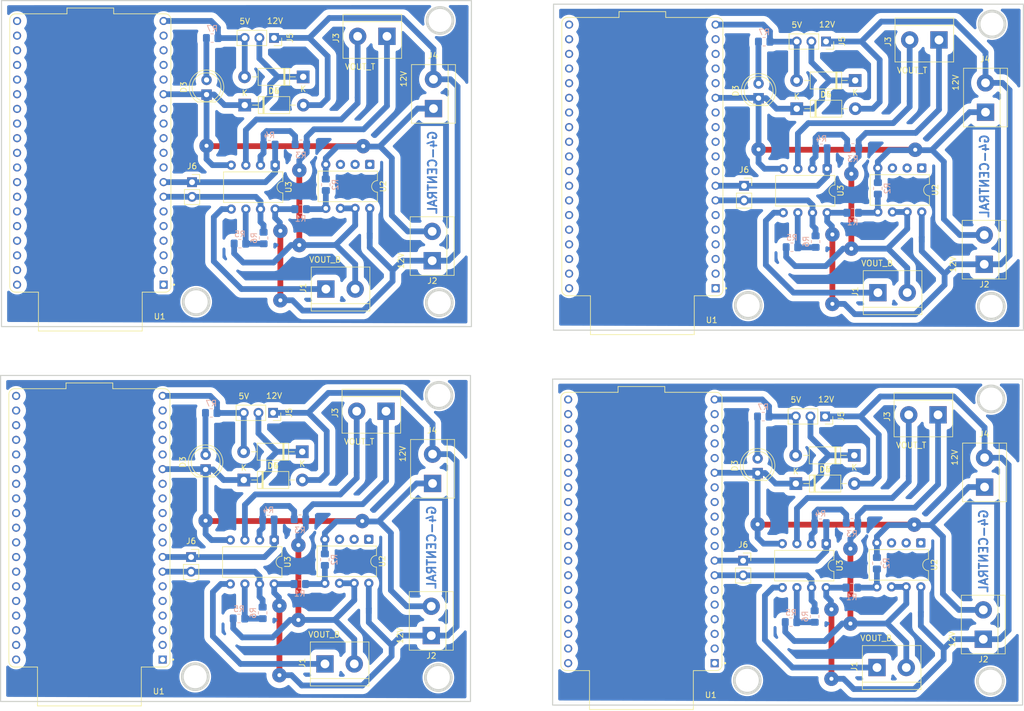
<source format=kicad_pcb>
(kicad_pcb (version 20241229) (generator "pcbnew") (generator_version "9.0")
  (layers (0 "F.Cu" signal) (2 "B.Cu" signal) (13 "F.Paste" user) (15 "B.Paste" user) (5 "F.SilkS" user "F.Silkscreen") (7 "B.SilkS" user "B.Silkscreen") (1 "F.Mask" user) (3 "B.Mask" user) (25 "Edge.Cuts" user))
  (net 0 "")
  (net 1 "Net-(D3-A)")
  (net 2 "/GND")
  (net 3 "/2.5V")
  (net 4 "/VOUT_BRAQ")
  (net 5 "/12V")
  (net 6 "/VOUT_TIB")
  (net 7 "/5V")
  (net 8 "/MICRO_TIB")
  (net 9 "/MICRO_BRAQ")
  (net 10 "Net-(U2B-+)")
  (net 13 "Net-(U3A--)")
  (net 14 "Net-(U3B--)")
  (footprint "Package_DIP:DIP-8_W7.62mm" (layer "F.Cu") (at 191.1825 31.26 -90)
    (property "Reference" "U3")
    (property "Value" "TL082")
  )
  (footprint "TerminalBlock:TerminalBlock_bornier-2_P5.08mm" (layer "F.Cu") (at 218.25 112.825 90)
    (property "Reference" "J2")
    (property "Value" "Alimentación Braquial")
  )
  (footprint "TerminalBlock:TerminalBlock_bornier-2_P5.08mm" (layer "F.Cu") (at 114.6925 73.3 180)
    (property "Reference" "J3")
    (property "Value" "Salida Tibial")
  )
  (footprint "Diode_THT:D_DO-41_SOD81_P10.16mm_Horizontal" (layer "F.Cu") (at 90.195 20.225)
    (property "Reference" "D5")
    (property "Value" "SB160")
  )
  (footprint "ESP32-DEVKITC-32E:MODULE_ESP32-DEVKITC-32E" (layer "F.Cu") (at 63.2625 93.525 180)
    (property "Reference" "U1")
    (property "Value" "ESP32-DEVKITC-32E")
  )
  (footprint "LED_THT:LED_D5.0mm" (layer "F.Cu") (at 83.4125 83.4 90)
    (property "Reference" "D3")
    (property "Value" "LED")
  )
  (footprint "Package_DIP:DIP-8_W7.62mm" (layer "F.Cu") (at 207.5825 31.135 -90)
    (property "Reference" "U2")
    (property "Value" "TL082")
  )
  (footprint "Connector_PinSocket_2.54mm:PinSocket_1x02_P2.54mm_Vertical" (layer "F.Cu") (at 176.61 99.215)
    (property "Reference" "J6")
    (property "Value" "Conn_01x02")
  )
  (footprint "LED_THT:LED_D5.0mm" (layer "F.Cu") (at 179.125 84.025 90)
    (property "Reference" "D3")
    (property "Value" "LED")
  )
  (footprint "Package_DIP:DIP-8_W7.62mm" (layer "F.Cu") (at 95.47 30.635 -90)
    (property "Reference" "U3")
    (property "Value" "TL082")
  )
  (footprint "ESP32-DEVKITC-32E:MODULE_ESP32-DEVKITC-32E" (layer "F.Cu") (at 158.975 94.15 180)
    (property "Reference" "U1")
    (property "Value" "ESP32-DEVKITC-32E")
  )
  (footprint "TerminalBlock:TerminalBlock_bornier-2_P5.08mm" (layer "F.Cu") (at 199.82 117.74)
    (property "Reference" "J1")
    (property "Value" "Salida Braquial")
  )
  (footprint "Diode_THT:D_DO-41_SOD81_P10.16mm_Horizontal" (layer "F.Cu") (at 100.1675 80.325 180)
    (property "Reference" "D4")
    (property "Value" "SB160")
  )
  (footprint "Connector_PinSocket_2.54mm:PinSocket_1x03_P2.54mm_Vertical" (layer "F.Cu") (at 95.1125 73.575 -90)
    (property "Reference" "J5")
    (property "Value" "Conn_01x03")
  )
  (footprint "Package_DIP:DIP-8_W7.62mm" (layer "F.Cu") (at 95.3075 95.635 -90)
    (property "Reference" "U3")
    (property "Value" "TL082")
  )
  (footprint "Package_DIP:DIP-8_W7.62mm" (layer "F.Cu") (at 111.7075 95.51 -90)
    (property "Reference" "U2")
    (property "Value" "TL082")
  )
  (footprint "Package_DIP:DIP-8_W7.62mm" (layer "F.Cu") (at 207.42 96.135 -90)
    (property "Reference" "U2")
    (property "Value" "TL082")
  )
  (footprint "TerminalBlock:TerminalBlock_bornier-2_P5.08mm" (layer "F.Cu") (at 114.855 8.3 180)
    (property "Reference" "J3")
    (property "Value" "Salida Tibial")
  )
  (footprint "Connector_PinSocket_2.54mm:PinSocket_1x03_P2.54mm_Vertical" (layer "F.Cu") (at 190.825 74.2 -90)
    (property "Reference" "J5")
    (property "Value" "Conn_01x03")
  )
  (footprint "Connector_PinSocket_2.54mm:PinSocket_1x02_P2.54mm_Vertical" (layer "F.Cu") (at 80.8975 98.59)
    (property "Reference" "J6")
    (property "Value" "Conn_01x02")
  )
  (footprint "LED_THT:LED_D5.0mm" (layer "F.Cu") (at 179.2875 19.025 90)
    (property "Reference" "D3")
    (property "Value" "LED")
  )
  (footprint "Diode_THT:D_DO-41_SOD81_P10.16mm_Horizontal" (layer "F.Cu") (at 196.0425 15.95 180)
    (property "Reference" "D4")
    (property "Value" "SB160")
  )
  (footprint "Connector_PinSocket_2.54mm:PinSocket_1x03_P2.54mm_Vertical" (layer "F.Cu") (at 190.9875 9.2 -90)
    (property "Reference" "J5")
    (property "Value" "Conn_01x03")
  )
  (footprint "Diode_THT:D_DO-41_SOD81_P10.16mm_Horizontal" (layer "F.Cu") (at 90.0325 85.225)
    (property "Reference" "D5")
    (property "Value" "SB160")
  )
  (footprint "TerminalBlock:TerminalBlock_bornier-2_P5.08mm" (layer "F.Cu") (at 122.7 47.2 90)
    (property "Reference" "J2")
    (property "Value" "Alimentación Braquial")
  )
  (footprint "TerminalBlock:TerminalBlock_bornier-2_P5.08mm" (layer "F.Cu") (at 199.9825 52.74)
    (property "Reference" "J1")
    (property "Value" "Salida Braquial")
  )
  (footprint "Diode_THT:D_DO-41_SOD81_P10.16mm_Horizontal" (layer "F.Cu") (at 195.88 80.95 180)
    (property "Reference" "D4")
    (property "Value" "SB160")
  )
  (footprint "TerminalBlock:TerminalBlock_bornier-2_P5.08mm" (layer "F.Cu") (at 210.5675 8.925 180)
    (property "Reference" "J3")
    (property "Value" "Salida Tibial")
  )
  (footprint "Diode_THT:D_DO-41_SOD81_P10.16mm_Horizontal" (layer "F.Cu") (at 185.9075 20.85)
    (property "Reference" "D5")
    (property "Value" "SB160")
  )
  (footprint "TerminalBlock:TerminalBlock_bornier-2_P5.08mm" (layer "F.Cu") (at 104.27 52.115)
    (property "Reference" "J1")
    (property "Value" "Salida Braquial")
  )
  (footprint "LED_THT:LED_D5.0mm" (layer "F.Cu") (at 83.575 18.4 90)
    (property "Reference" "D3")
    (property "Value" "LED")
  )
  (footprint "Diode_THT:D_DO-41_SOD81_P10.16mm_Horizontal" (layer "F.Cu") (at 185.745 85.85)
    (property "Reference" "D5")
    (property "Value" "SB160")
  )
  (footprint "TerminalBlock:TerminalBlock_bornier-2_P5.08mm" (layer "F.Cu") (at 104.1075 117.115)
    (property "Reference" "J1")
    (property "Value" "Salida Braquial")
  )
  (footprint "Package_DIP:DIP-8_W7.62mm" (layer "F.Cu") (at 111.87 30.51 -90)
    (property "Reference" "U2")
    (property "Value" "TL082")
  )
  (footprint "Connector_PinSocket_2.54mm:PinSocket_1x02_P2.54mm_Vertical" (layer "F.Cu") (at 81.06 33.59)
    (property "Reference" "J6")
    (property "Value" "Conn_01x02")
  )
  (footprint "TerminalBlock:TerminalBlock_bornier-2_P5.08mm" (layer "F.Cu") (at 122.5375 112.2 90)
    (property "Reference" "J2")
    (property "Value" "Alimentación Braquial")
  )
  (footprint "Diode_THT:D_DO-41_SOD81_P10.16mm_Horizontal" (layer "F.Cu") (at 100.33 15.325 180)
    (property "Reference" "D4")
    (property "Value" "SB160")
  )
  (footprint "ESP32-DEVKITC-32E:MODULE_ESP32-DEVKITC-32E" (layer "F.Cu") (at 63.425 28.525 180)
    (property "Reference" "U1")
    (property "Value" "ESP32-DEVKITC-32E")
  )
  (footprint "TerminalBlock:TerminalBlock_bornier-2_P5.08mm" (layer "F.Cu") (at 122.925 20.825 90)
    (property "Reference" "J4")
    (property "Value" "Alimentación Tibial")
  )
  (footprint "Package_DIP:DIP-8_W7.62mm" (layer "F.Cu") (at 191.02 96.26 -90)
    (property "Reference" "U3")
    (property "Value" "TL082")
  )
  (footprint "TerminalBlock:TerminalBlock_bornier-2_P5.08mm" (layer "F.Cu") (at 218.475 86.45 90)
    (property "Reference" "J4")
    (property "Value" "Alimentación Tibial")
  )
  (footprint "Connector_PinSocket_2.54mm:PinSocket_1x02_P2.54mm_Vertical" (layer "F.Cu") (at 176.7725 34.215)
    (property "Reference" "J6")
    (property "Value" "Conn_01x02")
  )
  (footprint "TerminalBlock:TerminalBlock_bornier-2_P5.08mm" (layer "F.Cu") (at 218.6375 21.45 90)
    (property "Reference" "J4")
    (property "Value" "Alimentación Tibial")
  )
  (footprint "ESP32-DEVKITC-32E:MODULE_ESP32-DEVKITC-32E" (layer "F.Cu") (at 159.1375 29.15 180)
    (property "Reference" "U1")
    (property "Value" "ESP32-DEVKITC-32E")
  )
  (footprint "TerminalBlock:TerminalBlock_bornier-2_P5.08mm" (layer "F.Cu") (at 122.7625 85.825 90)
    (property "Reference" "J4")
    (property "Value" "Alimentación Tibial")
  )
  (footprint "TerminalBlock:TerminalBlock_bornier-2_P5.08mm" (layer "F.Cu") (at 210.405 73.925 180)
    (property "Reference" "J3")
    (property "Value" "Salida Tibial")
  )
  (footprint "TerminalBlock:TerminalBlock_bornier-2_P5.08mm" (layer "F.Cu") (at 218.4125 47.825 90)
    (property "Reference" "J2")
    (property "Value" "Alimentación Braquial")
  )
  (footprint "Connector_PinSocket_2.54mm:PinSocket_1x03_P2.54mm_Vertical" (layer "F.Cu") (at 95.275 8.575 -90)
    (property "Reference" "J5")
    (property "Value" "Conn_01x03")
  )
  (footprint "Resistor_SMD:R_0805_2012Metric_Pad1.20x1.40mm_HandSolder" (layer "B.Cu") (at 189.01 108.89 -90)
    (property "Reference" "R6")
    (property "Value" "10K")
  )
  (footprint "Resistor_SMD:R_0805_2012Metric_Pad1.20x1.40mm_HandSolder" (layer "B.Cu") (at 93.46 43.265 -90)
    (property "Reference" "R6")
    (property "Value" "10K")
  )
  (footprint "Resistor_SMD:R_0805_2012Metric_Pad1.20x1.40mm_HandSolder" (layer "B.Cu") (at 104.0925 99.035 90)
    (property "Reference" "R2")
    (property "Value" "2.7k")
  )
  (footprint "Resistor_SMD:R_0805_2012Metric_Pad1.20x1.40mm_HandSolder" (layer "B.Cu") (at 190.01 92.715 180)
    (property "Reference" "R4")
    (property "Value" "10K")
  )
  (footprint "Resistor_SMD:R_0805_2012Metric_Pad1.20x1.40mm_HandSolder" (layer "B.Cu") (at 104.255 34.035 90)
    (property "Reference" "R2")
    (property "Value" "2.7k")
  )
  (footprint "Resistor_SMD:R_0805_2012Metric_Pad1.20x1.40mm_HandSolder" (layer "B.Cu") (at 93.2975 108.265 -90)
    (property "Reference" "R6")
    (property "Value" "10K")
  )
  (footprint "Resistor_SMD:R_0805_2012Metric_Pad1.20x1.40mm_HandSolder" (layer "B.Cu") (at 185.0725 44.865 180)
    (property "Reference" "R5")
    (property "Value" "4.7K")
  )
  (footprint "Resistor_SMD:R_0805_2012Metric_Pad1.20x1.40mm_HandSolder" (layer "B.Cu") (at 89.36 44.24 180)
    (property "Reference" "R5")
    (property "Value" "4.7K")
  )
  (footprint "Resistor_SMD:R_0805_2012Metric_Pad1.20x1.40mm_HandSolder" (layer "B.Cu") (at 190.1725 27.715 180)
    (property "Reference" "R4")
    (property "Value" "10K")
  )
  (footprint "Resistor_SMD:R_0805_2012Metric_Pad1.20x1.40mm_HandSolder" (layer "B.Cu") (at 195.485 92.64)
    (property "Reference" "R3")
    (property "Value" "4.7K" (hide yes))
  )
  (footprint "Resistor_SMD:R_0805_2012Metric_Pad1.20x1.40mm_HandSolder" (layer "B.Cu") (at 195.435 103.89)
    (property "Reference" "R1")
    (property "Value" "10k")
  )
  (footprint "Resistor_SMD:R_0805_2012Metric_Pad1.20x1.40mm_HandSolder" (layer "B.Cu") (at 84.3875 73.6 180)
    (property "Reference" "R7")
    (property "Value" "1k")
  )
  (footprint "Resistor_SMD:R_0805_2012Metric_Pad1.20x1.40mm_HandSolder" (layer "B.Cu") (at 199.805 99.66 90)
    (property "Reference" "R2")
    (property "Value" "2.7k")
  )
  (footprint "Resistor_SMD:R_0805_2012Metric_Pad1.20x1.40mm_HandSolder" (layer "B.Cu") (at 184.91 109.865 180)
    (property "Reference" "R5")
    (property "Value" "4.7K")
  )
  (footprint "Resistor_SMD:R_0805_2012Metric_Pad1.20x1.40mm_HandSolder" (layer "B.Cu") (at 94.46 27.09 180)
    (property "Reference" "R4")
    (property "Value" "10K")
  )
  (footprint "Resistor_SMD:R_0805_2012Metric_Pad1.20x1.40mm_HandSolder" (layer "B.Cu") (at 180.2625 9.225 180)
    (property "Reference" "R7")
    (property "Value" "1k")
  )
  (footprint "Resistor_SMD:R_0805_2012Metric_Pad1.20x1.40mm_HandSolder" (layer "B.Cu") (at 189.1725 43.89 -90)
    (property "Reference" "R6")
    (property "Value" "10K")
  )
  (footprint "Resistor_SMD:R_0805_2012Metric_Pad1.20x1.40mm_HandSolder" (layer "B.Cu") (at 99.935 27.015)
    (property "Reference" "R3")
    (property "Value" "4.7K" (hide yes))
  )
  (footprint "Resistor_SMD:R_0805_2012Metric_Pad1.20x1.40mm_HandSolder" (layer "B.Cu") (at 94.2975 92.09 180)
    (property "Reference" "R4")
    (property "Value" "10K")
  )
  (footprint "Resistor_SMD:R_0805_2012Metric_Pad1.20x1.40mm_HandSolder" (layer "B.Cu") (at 99.7225 103.265)
    (property "Reference" "R1")
    (property "Value" "10k")
  )
  (footprint "Resistor_SMD:R_0805_2012Metric_Pad1.20x1.40mm_HandSolder" (layer "B.Cu") (at 84.55 8.6 180)
    (property "Reference" "R7")
    (property "Value" "1k")
  )
  (footprint "Resistor_SMD:R_0805_2012Metric_Pad1.20x1.40mm_HandSolder" (layer "B.Cu") (at 99.885 38.265)
    (property "Reference" "R1")
    (property "Value" "10k")
  )
  (footprint "Resistor_SMD:R_0805_2012Metric_Pad1.20x1.40mm_HandSolder" (layer "B.Cu") (at 89.1975 109.24 180)
    (property "Reference" "R5")
    (property "Value" "4.7K")
  )
  (footprint "Resistor_SMD:R_0805_2012Metric_Pad1.20x1.40mm_HandSolder" (layer "B.Cu") (at 199.9675 34.66 90)
    (property "Reference" "R2")
    (property "Value" "2.7k")
  )
  (footprint "Resistor_SMD:R_0805_2012Metric_Pad1.20x1.40mm_HandSolder" (layer "B.Cu") (at 180.1 74.225 180)
    (property "Reference" "R7")
    (property "Value" "1k")
  )
  (footprint "Resistor_SMD:R_0805_2012Metric_Pad1.20x1.40mm_HandSolder" (layer "B.Cu") (at 99.7725 92.015)
    (property "Reference" "R3")
    (property "Value" "4.7K" (hide yes))
  )
  (footprint "Resistor_SMD:R_0805_2012Metric_Pad1.20x1.40mm_HandSolder" (layer "B.Cu") (at 195.5975 38.89)
    (property "Reference" "R1")
    (property "Value" "10k")
  )
  (footprint "Resistor_SMD:R_0805_2012Metric_Pad1.20x1.40mm_HandSolder" (layer "B.Cu") (at 195.6475 27.64)
    (property "Reference" "R3")
    (property "Value" "4.7K" (hide yes))
  )
  (gr_circle (center 123.925 54.475) (end 126.175 54.475) (stroke (width 0.5)) (fill no) (layer "Edge.Cuts"))
  (gr_circle (center 219.7625 6.175) (end 222.0125 6.175) (stroke (width 0.5)) (fill no) (layer "Edge.Cuts"))
  (gr_circle (center 177.4875 54.95) (end 179.7375 54.95) (stroke (width 0.5)) (fill no) (layer "Edge.Cuts"))
  (gr_circle (center 81.6125 119.325) (end 83.8625 119.325) (stroke (width 0.5)) (fill no) (layer "Edge.Cuts"))
  (gr_circle (center 124.05 5.55) (end 126.3 5.55) (stroke (width 0.5)) (fill no) (layer "Edge.Cuts"))
  (gr_rect (start 48.025 2.1) (end 129.5 58.625) (stroke (width 0.2)) (fill no) (layer "Edge.Cuts"))
  (gr_circle (center 177.325 119.95) (end 179.575 119.95) (stroke (width 0.5)) (fill no) (layer "Edge.Cuts"))
  (gr_circle (center 219.475 120.1) (end 221.725 120.1) (stroke (width 0.5)) (fill no) (layer "Edge.Cuts"))
  (gr_rect (start 47.8625 67.1) (end 129.3375 123.625) (stroke (width 0.2)) (fill no) (layer "Edge.Cuts"))
  (gr_rect (start 143.7375 2.725) (end 225.2125 59.25) (stroke (width 0.2)) (fill no) (layer "Edge.Cuts"))
  (gr_circle (center 219.6 71.175) (end 221.85 71.175) (stroke (width 0.5)) (fill no) (layer "Edge.Cuts"))
  (gr_circle (center 81.775 54.325) (end 84.025 54.325) (stroke (width 0.5)) (fill no) (layer "Edge.Cuts"))
  (gr_circle (center 219.6375 55.1) (end 221.8875 55.1) (stroke (width 0.5)) (fill no) (layer "Edge.Cuts"))
  (gr_circle (center 123.7625 119.475) (end 126.0125 119.475) (stroke (width 0.5)) (fill no) (layer "Edge.Cuts"))
  (gr_rect (start 143.575 67.725) (end 225.05 124.25) (stroke (width 0.2)) (fill no) (layer "Edge.Cuts"))
  (gr_circle (center 123.8875 70.55) (end 126.1375 70.55) (stroke (width 0.5)) (fill no) (layer "Edge.Cuts"))
  (gr_text "G4-CENTRAL" (at 123.625 24.525 90) (layer "B.Cu") (effects (font (size 1.5 1.5) (thickness 0.3) (bold yes)) (justify left bottom mirror)))
  (gr_text "G4-CENTRAL" (at 219.175 90.15 90) (layer "B.Cu") (effects (font (size 1.5 1.5) (thickness 0.3) (bold yes)) (justify left bottom mirror)))
  (gr_text "G4-CENTRAL" (at 123.4625 89.525 90) (layer "B.Cu") (effects (font (size 1.5 1.5) (thickness 0.3) (bold yes)) (justify left bottom mirror)))
  (gr_text "G4-CENTRAL" (at 219.3375 25.15 90) (layer "B.Cu") (effects (font (size 1.5 1.5) (thickness 0.3) (bold yes)) (justify left bottom mirror)))
  (gr_text "5V" (at 90.0375 70.7 0) (layer "F.SilkS") (effects (font (size 1 1))))
  (gr_text "12V" (at 117.3 47.225 90) (layer "F.SilkS") (effects (font (size 1 1))))
  (gr_text "VOUT_B" (at 199.675 112.65 0) (layer "F.SilkS") (effects (font (size 1 1))))
  (gr_text "12V" (at 95.2875 70.625 0) (layer "F.SilkS") (effects (font (size 1 1))))
  (gr_text "12V" (at 117.75 15.7 90) (layer "F.SilkS") (effects (font (size 1 1))))
  (gr_text "12V" (at 213.0125 47.85 90) (layer "F.SilkS") (effects (font (size 1 1))))
  (gr_text "VOUT_B" (at 103.9625 112.025 0) (layer "F.SilkS") (effects (font (size 1 1))))
  (gr_text "12V" (at 213.4625 16.325 90) (layer "F.SilkS") (effects (font (size 1 1))))
  (gr_text "12V" (at 213.3 81.325 90) (layer "F.SilkS") (effects (font (size 1 1))))
  (gr_text "12V" (at 117.5875 80.7 90) (layer "F.SilkS") (effects (font (size 1 1))))
  (gr_text "VOUT_T" (at 205.9125 14.2 0) (layer "F.SilkS") (effects (font (size 1 1))))
  (gr_text "VOUT_T" (at 205.75 79.2 0) (layer "F.SilkS") (effects (font (size 1 1))))
  (gr_text "VOUT_B" (at 199.8375 47.65 0) (layer "F.SilkS") (effects (font (size 1 1))))
  (gr_text "12V" (at 191.1625 6.25 0) (layer "F.SilkS") (effects (font (size 1 1))))
  (gr_text "12V" (at 117.1375 112.225 90) (layer "F.SilkS") (effects (font (size 1 1))))
  (gr_text "5V" (at 185.75 71.325 0) (layer "F.SilkS") (effects (font (size 1 1))))
  (gr_text "VOUT_B" (at 104.125 47.025 0) (layer "F.SilkS") (effects (font (size 1 1))))
  (gr_text "12V" (at 191 71.25 0) (layer "F.SilkS") (effects (font (size 1 1))))
  (gr_text "VOUT_T" (at 110.2 13.575 0) (layer "F.SilkS") (effects (font (size 1 1))))
  (gr_text "5V" (at 90.2 5.7 0) (layer "F.SilkS") (effects (font (size 1 1))))
  (gr_text "5V" (at 185.9125 6.325 0) (layer "F.SilkS") (effects (font (size 1 1))))
  (gr_text "12V" (at 95.45 5.625 0) (layer "F.SilkS") (effects (font (size 1 1))))
  (gr_text "12V" (at 212.85 112.85 90) (layer "F.SilkS") (effects (font (size 1 1))))
  (gr_text "VOUT_T" (at 110.0375 78.575 0) (layer "F.SilkS") (effects (font (size 1 1))))
  (segment (start 106.6425 95.525) (end 106.6275 95.51) (width 1) (layer "B.Cu") (net 0))
  (segment (start 202.355 96.15) (end 202.34 96.135) (width 1) (layer "B.Cu") (net 0))
  (segment (start 106.805 30.525) (end 106.79 30.51) (width 1) (layer "B.Cu") (net 0))
  (segment (start 202.5175 31.15) (end 202.5025 31.135) (width 1) (layer "B.Cu") (net 0))
  (segment (start 83.55 8.6) (end 83.55 15.835) (width 1) (layer "B.Cu") (net 1))
  (segment (start 179.1 74.225) (end 179.1 81.46) (width 1) (layer "B.Cu") (net 1))
  (segment (start 179.2625 16.46) (end 179.2875 16.485) (width 1) (layer "B.Cu") (net 1))
  (segment (start 179.1 81.46) (end 179.125 81.485) (width 1) (layer "B.Cu") (net 1))
  (segment (start 179.2625 9.225) (end 179.2625 16.46) (width 1) (layer "B.Cu") (net 1))
  (segment (start 83.3875 73.6) (end 83.3875 80.835) (width 1) (layer "B.Cu") (net 1))
  (segment (start 83.55 15.835) (end 83.575 15.86) (width 1) (layer "B.Cu") (net 1))
  (segment (start 83.3875 80.835) (end 83.4125 80.86) (width 1) (layer "B.Cu") (net 1))
  (segment (start 83.8375 92.5) (end 83.9975 92.34) (width 1) (layer "F.Cu") (net 2))
  (segment (start 83.575 27.275) (end 83.8 27.5) (width 1) (layer "F.Cu") (net 2))
  (segment (start 84 27.5) (end 84.16 27.34) (width 1) (layer "F.Cu") (net 2))
  (segment (start 179.55 93.125) (end 179.71 92.965) (width 1) (layer "F.Cu") (net 2))
  (segment (start 179.5125 28.125) (end 179.7125 28.125) (width 1) (layer "F.Cu") (net 2))
  (segment (start 179.8725 27.965) (end 206.4475 27.965) (width 1) (layer "F.Cu") (net 2))
  (segment (start 83.8 27.5) (end 84 27.5) (width 1) (layer "F.Cu") (net 2))
  (segment (start 179.125 92.9) (end 179.35 93.125) (width 1) (layer "F.Cu") (net 2))
  (segment (start 179.2875 27.9) (end 179.5125 28.125) (width 1) (layer "F.Cu") (net 2))
  (segment (start 83.6375 92.5) (end 83.8375 92.5) (width 1) (layer "F.Cu") (net 2))
  (segment (start 83.4125 92.275) (end 83.6375 92.5) (width 1) (layer "F.Cu") (net 2))
  (segment (start 179.71 92.965) (end 206.285 92.965) (width 1) (layer "F.Cu") (net 2))
  (segment (start 84.16 27.34) (end 110.735 27.34) (width 1) (layer "F.Cu") (net 2))
  (segment (start 179.7125 28.125) (end 179.8725 27.965) (width 1) (layer "F.Cu") (net 2))
  (segment (start 179.35 93.125) (end 179.55 93.125) (width 1) (layer "F.Cu") (net 2))
  (segment (start 83.9975 92.34) (end 110.5725 92.34) (width 1) (layer "F.Cu") (net 2))
  (via (at 206.4475 27.965) (size 2.5) (drill 0.7) (layers "F.Cu" "B.Cu") (net 2))
  (via (at 83.4125 92.275) (size 2.5) (drill 0.7) (layers "F.Cu" "B.Cu") (net 2))
  (via (at 110.735 27.34) (size 2.5) (drill 0.7) (layers "F.Cu" "B.Cu") (net 2))
  (via (at 110.5725 92.34) (size 2.5) (drill 0.7) (layers "F.Cu" "B.Cu") (net 2))
  (via (at 83.575 27.275) (size 2.5) (drill 0.7) (layers "F.Cu" "B.Cu") (net 2))
  (via (at 179.2875 27.9) (size 2.5) (drill 0.7) (layers "F.Cu" "B.Cu") (net 2))
  (via (at 179.125 92.9) (size 2.5) (drill 0.7) (layers "F.Cu" "B.Cu") (net 2))
  (via (at 206.285 92.965) (size 2.5) (drill 0.7) (layers "F.Cu" "B.Cu") (net 2))
  (segment (start 199.8 96.135) (end 199.8 95.025) (width 1) (layer "B.Cu") (net 2))
  (segment (start 214.02 107.745) (end 211.25 104.975) (width 1) (layer "B.Cu") (net 2))
  (segment (start 120.165 20.825) (end 113.575 27.415) (width 1) (layer "B.Cu") (net 2))
  (segment (start 191.6375 15.95) (end 196.0425 15.95) (width 1) (layer "B.Cu") (net 2))
  (segment (start 179.2875 27.9) (end 179.2875 30.225) (width 1) (layer "B.Cu") (net 2))
  (segment (start 215.8775 21.45) (end 209.2875 28.04) (width 1) (layer "B.Cu") (net 2))
  (segment (start 188.4475 12.76) (end 191.6375 15.95) (width 1) (layer "B.Cu") (net 2))
  (segment (start 218.6375 21.45) (end 215.8775 21.45) (width 1) (layer "B.Cu") (net 2))
  (segment (start 199.8 95.025) (end 201.785 93.04) (width 1) (layer "B.Cu") (net 2))
  (segment (start 92.735 12.135) (end 95.925 15.325) (width 1) (layer "B.Cu") (net 2))
  (segment (start 86.7 20.225) (end 84.875 18.4) (width 1) (layer "B.Cu") (net 2))
  (segment (start 188.575 85.85) (end 190.15 84.275) (width 1) (layer "B.Cu") (net 2))
  (segment (start 182.25 85.85) (end 180.425 84.025) (width 1) (layer "B.Cu") (net 2))
  (segment (start 118.3075 107.12) (end 115.5375 104.35) (width 1) (layer "B.Cu") (net 2))
  (segment (start 171.8375 18.965) (end 179.1525 18.965) (width 1) (layer "B.Cu") (net 2))
  (segment (start 110.735 27.34) (end 110.81 27.415) (width 1) (layer "B.Cu") (net 2))
  (segment (start 92.8625 85.225) (end 94.4375 83.65) (width 1) (layer "B.Cu") (net 2))
  (segment (start 83.575 27.275) (end 83.575 18.4) (width 1) (layer "B.Cu") (net 2))
  (segment (start 83.4125 92.275) (end 83.4125 94.6) (width 1) (layer "B.Cu") (net 2))
  (segment (start 76.125 18.34) (end 83.44 18.34) (width 1) (layer "B.Cu") (net 2))
  (segment (start 115.5375 104.35) (end 115.5375 94.425) (width 1) (layer "B.Cu") (net 2))
  (segment (start 75.9625 83.34) (end 83.2775 83.34) (width 1) (layer "B.Cu") (net 2))
  (segment (start 113.69 27.415) (end 113.575 27.415) (width 1) (layer "B.Cu") (net 2))
  (segment (start 185.745 85.85) (end 182.25 85.85) (width 1) (layer "B.Cu") (net 2))
  (segment (start 211.25 104.975) (end 211.25 95.05) (width 1) (layer "B.Cu") (net 2))
  (segment (start 84.61 30.635) (end 87.85 30.635) (width 1) (layer "B.Cu") (net 2))
  (segment (start 104.25 30.51) (end 104.25 29.4) (width 1) (layer "B.Cu") (net 2))
  (segment (start 188.285 77.76) (end 191.475 80.95) (width 1) (layer "B.Cu") (net 2))
  (segment (start 113.5275 92.415) (end 113.4125 92.415) (width 1) (layer "B.Cu") (net 2))
  (segment (start 115.7 29.425) (end 113.69 27.415) (width 1) (layer "B.Cu") (net 2))
  (segment (start 94.4375 83.65) (end 94.4375 81.65) (width 1) (layer "B.Cu") (net 2))
  (segment (start 90.195 20.225) (end 93.025 20.225) (width 1) (layer "B.Cu") (net 2))
  (segment (start 179.2875 19.025) (end 180.5875 19.025) (width 1) (layer "B.Cu") (net 2))
  (segment (start 218.4125 42.745) (end 214.1825 42.745) (width 1) (layer "B.Cu") (net 2))
  (segment (start 84.4475 95.635) (end 87.6875 95.635) (width 1) (layer "B.Cu") (net 2))
  (segment (start 104.25 29.4) (end 106.235 27.415) (width 1) (layer "B.Cu") (net 2))
  (segment (start 209.24 93.04) (end 209.125 93.04) (width 1) (layer "B.Cu") (net 2))
  (segment (start 83.575 29.6) (end 84.61 30.635) (width 1) (layer "B.Cu") (net 2))
  (segment (start 188.285 74.2) (end 188.285 77.76) (width 1) (layer "B.Cu") (net 2))
  (segment (start 206.4475 27.965) (end 206.5225 28.04) (width 1) (layer "B.Cu") (net 2))
  (segment (start 92.5725 73.575) (end 92.5725 77.135) (width 1) (layer "B.Cu") (net 2))
  (segment (start 83.575 27.275) (end 83.575 29.6) (width 1) (layer "B.Cu") (net 2))
  (segment (start 118.47 42.12) (end 115.7 39.35) (width 1) (layer "B.Cu") (net 2))
  (segment (start 182.4125 20.85) (end 180.5875 19.025) (width 1) (layer "B.Cu") (net 2))
  (segment (start 94.4375 81.65) (end 95.7625 80.325) (width 1) (layer "B.Cu") (net 2))
  (segment (start 214.1825 42.745) (end 211.4125 39.975) (width 1) (layer "B.Cu") (net 2))
  (segment (start 83.4125 92.275) (end 83.4125 83.4) (width 1) (layer "B.Cu") (net 2))
  (segment (start 201.9475 28.04) (end 206.3725 28.04) (width 1) (layer "B.Cu") (net 2))
  (segment (start 190.15 82.275) (end 191.475 80.95) (width 1) (layer "B.Cu") (net 2))
  (segment (start 115.5375 94.425) (end 113.5275 92.415) (width 1) (layer "B.Cu") (net 2))
  (segment (start 211.4125 30.05) (end 209.4025 28.04) (width 1) (layer "B.Cu") (net 2))
  (segment (start 206.36 93.04) (end 209.125 93.04) (width 1) (layer "B.Cu") (net 2))
  (segment (start 106.0725 92.415) (end 110.4975 92.415) (width 1) (layer "B.Cu") (net 2))
  (segment (start 180.3225 31.26) (end 183.5625 31.26) (width 1) (layer "B.Cu") (net 2))
  (segment (start 86.5375 85.225) (end 84.7125 83.4) (width 1) (layer "B.Cu") (net 2))
  (segment (start 104.0875 98.03) (end 104.0925 98.035) (width 1) (layer "B.Cu") (net 2))
  (segment (start 206.3725 28.04) (end 206.4475 27.965) (width 1) (layer "B.Cu") (net 2))
  (segment (start 94.6 18.65) (end 94.6 16.65) (width 1) (layer "B.Cu") (net 2))
  (segment (start 179.2875 27.9) (end 179.2875 19.025) (width 1) (layer "B.Cu") (net 2))
  (segment (start 188.4475 9.2) (end 188.4475 12.76) (width 1) (layer "B.Cu") (net 2))
  (segment (start 83.575 18.4) (end 84.875 18.4) (width 1) (layer "B.Cu") (net 2))
  (segment (start 209.4025 28.04) (end 209.2875 28.04) (width 1) (layer "B.Cu") (net 2))
  (segment (start 211.25 95.05) (end 209.24 93.04) (width 1) (layer "B.Cu") (net 2))
  (segment (start 179.2875 30.225) (end 180.3225 31.26) (width 1) (layer "B.Cu") (net 2))
  (segment (start 110.81 27.415) (end 113.575 27.415) (width 1) (layer "B.Cu") (net 2))
  (segment (start 190.3125 19.275) (end 190.3125 17.275) (width 1) (layer "B.Cu") (net 2))
  (segment (start 180.16 96.26) (end 183.4 96.26) (width 1) (layer "B.Cu") (net 2))
  (segment (start 94.6 16.65) (end 95.925 15.325) (width 1) (layer "B.Cu") (net 2))
  (segment (start 206.5225 28.04) (end 209.2875 28.04) (width 1) (layer "B.Cu") (net 2))
  (segment (start 179.125 92.9) (end 179.125 84.025) (width 1) (layer "B.Cu") (net 2))
  (segment (start 188.7375 20.85) (end 190.3125 19.275) (width 1) (layer "B.Cu") (net 2))
  (segment (start 106.235 27.415) (end 110.66 27.415) (width 1) (layer "B.Cu") (net 2))
  (segment (start 95.925 15.325) (end 100.33 15.325) (width 1) (layer "B.Cu") (net 2))
  (segment (start 92.735 8.575) (end 92.735 12.135) (width 1) (layer "B.Cu") (net 2))
  (segment (start 185.9075 20.85) (end 188.7375 20.85) (width 1) (layer "B.Cu") (net 2))
  (segment (start 110.66 27.415) (end 110.735 27.34) (width 1) (layer "B.Cu") (net 2))
  (segment (start 218.475 86.45) (end 215.715 86.45) (width 1) (layer "B.Cu") (net 2))
  (segment (start 95.7625 80.325) (end 100.1675 80.325) (width 1) (layer "B.Cu") (net 2))
  (segment (start 199.8 98.655) (end 199.805 98.66) (width 1) (layer "B.Cu") (net 2))
  (segment (start 83.4125 94.6) (end 84.4475 95.635) (width 1) (layer "B.Cu") (net 2))
  (segment (start 110.4975 92.415) (end 110.5725 92.34) (width 1) (layer "B.Cu") (net 2))
  (segment (start 110.5725 92.34) (end 110.6475 92.415) (width 1) (layer "B.Cu") (net 2))
  (segment (start 206.285 92.965) (end 206.36 93.04) (width 1) (layer "B.Cu") (net 2))
  (segment (start 199.9625 31.135) (end 199.9625 30.025) (width 1) (layer "B.Cu") (net 2))
  (segment (start 104.0875 95.51) (end 104.0875 98.03) (width 1) (layer "B.Cu") (net 2))
  (segment (start 104.25 30.51) (end 104.25 33.03) (width 1) (layer "B.Cu") (net 2))
  (segment (start 104.0875 94.4) (end 106.0725 92.415) (width 1) (layer "B.Cu") (net 2))
  (segment (start 199.8 96.135) (end 199.8 98.655) (width 1) (layer "B.Cu") (net 2))
  (segment (start 179.125 84.025) (end 180.425 84.025) (width 1) (layer "B.Cu") (net 2))
  (segment (start 90.0325 85.225) (end 86.5375 85.225) (width 1) (layer "B.Cu") (net 2))
  (segment (start 122.7 42.12) (end 118.47 42.12) (width 1) (layer "B.Cu") (net 2))
  (segment (start 190.3125 17.275) (end 191.6375 15.95) (width 1) (layer "B.Cu") (net 2))
  (segment (start 199.9625 33.655) (end 199.9675 33.66) (width 1) (layer "B.Cu") (net 2))
  (segment (start 122.7625 85.825) (end 120.0025 85.825) (width 1) (layer "B.Cu") (net 2))
  (segment (start 211.4125 39.975) (end 211.4125 30.05) (width 1) (layer "B.Cu") (net 2))
  (segment (start 104.0875 95.51) (end 104.0875 94.4) (width 1) (layer "B.Cu") (net 2))
  (segment (start 171.675 83.965) (end 178.99 83.965) (width 1) (layer "B.Cu") (net 2))
  (segment (start 215.715 86.45) (end 209.125 93.04) (width 1) (layer "B.Cu") (net 2))
  (segment (start 83.4125 83.4) (end 84.7125 83.4) (width 1) (layer "B.Cu") (net 2))
  (segment (start 190.15 84.275) (end 190.15 82.275) (width 1) (layer "B.Cu") (net 2))
  (segment (start 199.9625 31.135) (end 199.9625 33.655) (width 1) (layer "B.Cu") (net 2))
  (segment (start 92.5725 77.135) (end 95.7625 80.325) (width 1) (layer "B.Cu") (net 2))
  (segment (start 185.9075 20.85) (end 182.4125 20.85) (width 1) (layer "B.Cu") (net 2))
  (segment (start 218.25 107.745) (end 214.02 107.745) (width 1) (layer "B.Cu") (net 2))
  (segment (start 179.125 92.9) (end 179.125 95.225) (width 1) (layer "B.Cu") (net 2))
  (segment (start 206.21 93.04) (end 206.285 92.965) (width 1) (layer "B.Cu") (net 2))
  (segment (start 120.0025 85.825) (end 113.4125 92.415) (width 1) (layer "B.Cu") (net 2))
  (segment (start 201.785 93.04) (end 206.21 93.04) (width 1) (layer "B.Cu") (net 2))
  (segment (start 199.9625 30.025) (end 201.9475 28.04) (width 1) (layer "B.Cu") (net 2))
  (segment (start 104.25 33.03) (end 104.255 33.035) (width 1) (layer "B.Cu") (net 2))
  (segment (start 110.6475 92.415) (end 113.4125 92.415) (width 1) (layer "B.Cu") (net 2))
  (segment (start 122.5375 107.12) (end 118.3075 107.12) (width 1) (layer "B.Cu") (net 2))
  (segment (start 93.025 20.225) (end 94.6 18.65) (width 1) (layer "B.Cu") (net 2))
  (segment (start 90.0325 85.225) (end 92.8625 85.225) (width 1) (layer "B.Cu") (net 2))
  (segment (start 122.925 20.825) (end 120.165 20.825) (width 1) (layer "B.Cu") (net 2))
  (segment (start 191.475 80.95) (end 195.88 80.95) (width 1) (layer "B.Cu") (net 2))
  (segment (start 90.195 20.225) (end 86.7 20.225) (width 1) (layer "B.Cu") (net 2))
  (segment (start 179.125 95.225) (end 180.16 96.26) (width 1) (layer "B.Cu") (net 2))
  (segment (start 115.7 39.35) (end 115.7 29.425) (width 1) (layer "B.Cu") (net 2))
  (segment (start 185.745 85.85) (end 188.575 85.85) (width 1) (layer "B.Cu") (net 2))
  (segment (start 99.66 44.49) (end 99.66 31.515) (width 1) (layer "F.Cu") (net 3))
  (segment (start 99.4975 109.49) (end 99.4975 96.515) (width 1) (layer "F.Cu") (net 3))
  (segment (start 195.3725 45.115) (end 195.3725 32.14) (width 1) (layer "F.Cu") (net 3))
  (segment (start 195.21 110.115) (end 195.21 97.14) (width 1) (layer "F.Cu") (net 3))
  (via (at 99.66 31.515) (size 2.5) (drill 0.7) (layers "F.Cu" "B.Cu") (net 3))
  (via (at 195.21 110.115) (size 2.5) (drill 0.7) (layers "F.Cu" "B.Cu") (net 3))
  (via (at 195.21 97.14) (size 2.5) (drill 0.7) (layers "F.Cu" "B.Cu") (net 3))
  (via (at 99.66 44.49) (size 2.5) (drill 0.7) (layers "F.Cu" "B.Cu") (net 3))
  (via (at 195.3725 45.115) (size 2.5) (drill 0.7) (layers "F.Cu" "B.Cu") (net 3))
  (via (at 99.4975 96.515) (size 2.5) (drill 0.7) (layers "F.Cu" "B.Cu") (net 3))
  (via (at 195.3725 32.14) (size 2.5) (drill 0.7) (layers "F.Cu" "B.Cu") (net 3))
  (via (at 99.4975 109.49) (size 2.5) (drill 0.7) (layers "F.Cu" "B.Cu") (net 3))
  (segment (start 184.0725 46.565) (end 185.6475 48.14) (width 1) (layer "B.Cu") (net 3))
  (segment (start 88.1975 110.94) (end 89.7725 112.515) (width 1) (layer "B.Cu") (net 3))
  (segment (start 89.935 47.515) (end 95.21 47.515) (width 1) (layer "B.Cu") (net 3))
  (segment (start 88.36 45.94) (end 89.935 47.515) (width 1) (layer "B.Cu") (net 3))
  (segment (start 100.7725 93.49) (end 99.4975 94.765) (width 1) (layer "B.Cu") (net 3))
  (segment (start 109.35 41.075) (end 109.35 40.865) (width 1) (layer "B.Cu") (net 3))
  (segment (start 99.66 44.49) (end 105.935 44.49) (width 1) (layer "B.Cu") (net 3))
  (segment (start 201.6475 45.115) (end 201.6975 45.065) (width 1) (layer "B.Cu") (net 3))
  (segment (start 204.9 113.43) (end 204.9 117.74) (width 1) (layer "B.Cu") (net 3))
  (segment (start 196.6475 27.64) (end 196.6475 29.115) (width 1) (layer "B.Cu") (net 3))
  (segment (start 114.795 8.36) (end 114.855 8.3) (width 1) (layer "B.Cu") (net 3))
  (segment (start 190.9225 48.14) (end 192.9975 46.065) (width 1) (layer "B.Cu") (net 3))
  (segment (start 102.0475 89.415) (end 110.6525 89.415) (width 1) (layer "B.Cu") (net 3))
  (segment (start 99.4975 109.49) (end 105.7725 109.49) (width 1) (layer "B.Cu") (net 3))
  (segment (start 109.35 38.15) (end 109.33 38.13) (width 1) (layer "B.Cu") (net 3))
  (segment (start 97.285 45.44) (end 98.235 44.49) (width 1) (layer "B.Cu") (net 3))
  (segment (start 110.6525 89.415) (end 114.6925 85.375) (width 1) (layer "B.Cu") (net 3))
  (segment (start 98.235 44.49) (end 99.66 44.49) (width 1) (layer "B.Cu") (net 3))
  (segment (start 114.6325 73.36) (end 114.6925 73.3) (width 1) (layer "B.Cu") (net 3))
  (segment (start 100.935 27.015) (end 100.935 25.69) (width 1) (layer "B.Cu") (net 3))
  (segment (start 105.985 44.44) (end 109.35 47.805) (width 1) (layer "B.Cu") (net 3))
  (segment (start 105.8225 109.44) (end 109.1875 106.075) (width 1) (layer "B.Cu") (net 3))
  (segment (start 95.0475 112.515) (end 97.1225 110.44) (width 1) (layer "B.Cu") (net 3))
  (segment (start 100.7725 92.015) (end 100.7725 90.69) (width 1) (layer "B.Cu") (net 3))
  (segment (start 196.6475 26.315) (end 197.9225 25.04) (width 1) (layer "B.Cu") (net 3))
  (segment (start 204.9 106.49) (end 204.9 103.775) (width 1) (layer "B.Cu") (net 3))
  (segment (start 205.0625 38.775) (end 205.0425 38.755) (width 1) (layer "B.Cu") (net 3))
  (segment (start 196.485 94.115) (end 195.21 95.39) (width 1) (layer "B.Cu") (net 3))
  (segment (start 100.7725 92.015) (end 100.7725 93.49) (width 1) (layer "B.Cu") (net 3))
  (segment (start 100.7725 90.69) (end 102.0475 89.415) (width 1) (layer "B.Cu") (net 3))
  (segment (start 195.21 95.39) (end 195.21 97.14) (width 1) (layer "B.Cu") (net 3))
  (segment (start 106.79 38.13) (end 109.33 38.13) (width 1) (layer "B.Cu") (net 3))
  (segment (start 109.1875 106.075) (end 109.1875 105.865) (width 1) (layer "B.Cu") (net 3))
  (segment (start 183.91 111.565) (end 185.485 113.14) (width 1) (layer "B.Cu") (net 3))
  (segment (start 197.76 90.04) (end 206.365 90.04) (width 1) (layer "B.Cu") (net 3))
  (segment (start 88.1975 109.24) (end 88.1975 110.94) (width 1) (layer "B.Cu") (net 3))
  (segment (start 206.5275 25.04) (end 210.5675 21) (width 1) (layer "B.Cu") (net 3))
  (segment (start 201.485 110.115) (end 201.535 110.065) (width 1) (layer "B.Cu") (net 3))
  (segment (start 202.34 103.755) (end 204.88 103.755) (width 1) (layer "B.Cu") (net 3))
  (segment (start 195.3725 30.39) (end 195.3725 32.14) (width 1) (layer "B.Cu") (net 3))
  (segment (start 184.0725 44.865) (end 184.0725 46.565) (width 1) (layer "B.Cu") (net 3))
  (segment (start 97.1225 110.44) (end 98.0725 109.49) (width 1) (layer "B.Cu") (net 3))
  (segment (start 197.9225 25.04) (end 206.5275 25.04) (width 1) (layer "B.Cu") (net 3))
  (segment (start 105.935 44.49) (end 105.985 44.44) (width 1) (layer "B.Cu") (net 3))
  (segment (start 205.0625 48.43) (end 205.0625 52.74) (width 1) (layer "B.Cu") (net 3))
  (segment (start 100.935 25.69) (end 102.21 24.415) (width 1) (layer "B.Cu") (net 3))
  (segment (start 99.66 29.765) (end 99.66 31.515) (width 1) (layer "B.Cu") (net 3))
  (segment (start 98.0725 109.49) (end 99.4975 109.49) (width 1) (layer "B.Cu") (net 3))
  (segment (start 109.1875 112.805) (end 109.1875 117.115) (width 1) (layer "B.Cu") (net 3))
  (segment (start 109.1875 105.865) (end 109.1875 103.15) (width 1) (layer "B.Cu") (net 3))
  (segment (start 206.365 90.04) (end 210.405 86) (width 1) (layer "B.Cu") (net 3))
  (segment (start 110.815 24.415) (end 114.855 20.375) (width 1) (layer "B.Cu") (net 3))
  (segment (start 185.485 113.14) (end 190.76 113.14) (width 1) (layer "B.Cu") (net 3))
  (segment (start 185.6475 48.14) (end 190.9225 48.14) (width 1) (layer "B.Cu") (net 3))
  (segment (start 100.935 27.015) (end 100.935 28.49) (width 1) (layer "B.Cu") (net 3))
  (segment (start 105.985 44.44) (end 109.35 41.075) (width 1) (layer "B.Cu") (net 3))
  (segment (start 193.785 110.115) (end 195.21 110.115) (width 1) (layer "B.Cu") (net 3))
  (segment (start 109.1875 103.15) (end 109.1675 103.13) (width 1) (layer "B.Cu") (net 3))
  (segment (start 88.36 44.24) (end 88.36 45.94) (width 1) (layer "B.Cu") (net 3))
  (segment (start 183.91 109.865) (end 183.91 111.565) (width 1) (layer "B.Cu") (net 3))
  (segment (start 114.6925 85.375) (end 114.6925 73.3) (width 1) (layer "B.Cu") (net 3))
  (segment (start 105.7725 109.49) (end 105.8225 109.44) (width 1) (layer "B.Cu") (net 3))
  (segment (start 109.35 40.865) (end 109.35 38.15) (width 1) (layer "B.Cu") (net 3))
  (segment (start 204.9 103.775) (end 204.88 103.755) (width 1) (layer "B.Cu") (net 3))
  (segment (start 195.3725 45.115) (end 201.6475 45.115) (width 1) (layer "B.Cu") (net 3))
  (segment (start 210.5075 8.985) (end 210.5675 8.925) (width 1) (layer "B.Cu") (net 3))
  (segment (start 201.535 110.065) (end 204.9 113.43) (width 1) (layer "B.Cu") (net 3))
  (segment (start 196.6475 27.64) (end 196.6475 26.315) (width 1) (layer "B.Cu") (net 3))
  (segment (start 201.535 110.065) (end 204.9 106.7) (width 1) (layer "B.Cu") (net 3))
  (segment (start 196.6475 29.115) (end 195.3725 30.39) (width 1) (layer "B.Cu") (net 3))
  (segment (start 89.7725 112.515) (end 95.0475 112.515) (width 1) (layer "B.Cu") (net 3))
  (segment (start 99.4975 94.765) (end 99.4975 96.515) (width 1) (layer "B.Cu") (net 3))
  (segment (start 102.21 24.415) (end 110.815 24.415) (width 1) (layer "B.Cu") (net 3))
  (segment (start 204.9 106.7) (end 204.9 106.49) (width 1) (layer "B.Cu") (net 3))
  (segment (start 192.835 111.065) (end 193.785 110.115) (width 1) (layer "B.Cu") (net 3))
  (segment (start 95.21 47.515) (end 97.285 45.44) (width 1) (layer "B.Cu") (net 3))
  (segment (start 100.935 28.49) (end 99.66 29.765) (width 1) (layer "B.Cu") (net 3))
  (segment (start 114.855 20.375) (end 114.855 8.3) (width 1) (layer "B.Cu") (net 3))
  (segment (start 193.9475 45.115) (end 195.3725 45.115) (width 1) (layer "B.Cu") (net 3))
  (segment (start 205.0625 41.7) (end 205.0625 41.49) (width 1) (layer "B.Cu") (net 3))
  (segment (start 106.6275 103.13) (end 109.1675 103.13) (width 1) (layer "B.Cu") (net 3))
  (segment (start 192.9975 46.065) (end 193.9475 45.115) (width 1) (layer "B.Cu") (net 3))
  (segment (start 201.6975 45.065) (end 205.0625 41.7) (width 1) (layer "B.Cu") (net 3))
  (segment (start 210.5675 21) (end 210.5675 8.925) (width 1) (layer "B.Cu") (net 3))
  (segment (start 105.8225 109.44) (end 109.1875 112.805) (width 1) (layer "B.Cu") (net 3))
  (segment (start 196.485 91.315) (end 197.76 90.04) (width 1) (layer "B.Cu") (net 3))
  (segment (start 196.485 92.64) (end 196.485 91.315) (width 1) (layer "B.Cu") (net 3))
  (segment (start 210.345 73.985) (end 210.405 73.925) (width 1) (layer "B.Cu") (net 3))
  (segment (start 205.0625 41.49) (end 205.0625 38.775) (width 1) (layer "B.Cu") (net 3))
  (segment (start 190.76 113.14) (end 192.835 111.065) (width 1) (layer "B.Cu") (net 3))
  (segment (start 201.6975 45.065) (end 205.0625 48.43) (width 1) (layer "B.Cu") (net 3))
  (segment (start 210.405 86) (end 210.405 73.925) (width 1) (layer "B.Cu") (net 3))
  (segment (start 109.35 47.805) (end 109.35 52.115) (width 1) (layer "B.Cu") (net 3))
  (segment (start 195.21 110.115) (end 201.485 110.115) (width 1) (layer "B.Cu") (net 3))
  (segment (start 196.485 92.64) (end 196.485 94.115) (width 1) (layer "B.Cu") (net 3))
  (segment (start 202.5025 38.755) (end 205.0425 38.755) (width 1) (layer "B.Cu") (net 3))
  (segment (start 87.6875 103.255) (end 86.0575 103.255) (width 1) (layer "B.Cu") (net 4))
  (segment (start 183.5625 38.88) (end 181.9325 38.88) (width 1) (layer "B.Cu") (net 4))
  (segment (start 86.22 38.255) (end 84.835 39.64) (width 1) (layer "B.Cu") (net 4))
  (segment (start 86.0575 103.255) (end 84.6725 104.64) (width 1) (layer "B.Cu") (net 4))
  (segment (start 199.82 117.74) (end 185.185 117.74) (width 1) (layer "B.Cu") (net 4))
  (segment (start 181.77 103.88) (end 180.385 105.265) (width 1) (layer "B.Cu") (net 4))
  (segment (start 180.385 105.265) (end 180.385 112.94) (width 1) (layer "B.Cu") (net 4))
  (segment (start 84.6725 112.315) (end 87.485 115.1275) (width 1) (layer "B.Cu") (net 4))
  (segment (start 104.27 52.115) (end 89.635 52.115) (width 1) (layer "B.Cu") (net 4))
  (segment (start 180.385 112.94) (end 183.1975 115.7525) (width 1) (layer "B.Cu") (net 4))
  (segment (start 89.4725 117.115) (end 87.485 115.1275) (width 1) (layer "B.Cu") (net 4))
  (segment (start 84.835 47.315) (end 87.6475 50.1275) (width 1) (layer "B.Cu") (net 4))
  (segment (start 84.6725 104.64) (end 84.6725 112.315) (width 1) (layer "B.Cu") (net 4))
  (segment (start 89.635 52.115) (end 87.6475 50.1275) (width 1) (layer "B.Cu") (net 4))
  (segment (start 180.5475 40.265) (end 180.5475 47.94) (width 1) (layer "B.Cu") (net 4))
  (segment (start 180.5475 47.94) (end 183.36 50.7525) (width 1) (layer "B.Cu") (net 4))
  (segment (start 104.1075 117.115) (end 89.4725 117.115) (width 1) (layer "B.Cu") (net 4))
  (segment (start 185.185 117.74) (end 183.1975 115.7525) (width 1) (layer "B.Cu") (net 4))
  (segment (start 84.835 39.64) (end 84.835 47.315) (width 1) (layer "B.Cu") (net 4))
  (segment (start 183.4 103.88) (end 181.77 103.88) (width 1) (layer "B.Cu") (net 4))
  (segment (start 185.3475 52.74) (end 183.36 50.7525) (width 1) (layer "B.Cu") (net 4))
  (segment (start 87.85 38.255) (end 86.22 38.255) (width 1) (layer "B.Cu") (net 4))
  (segment (start 199.9825 52.74) (end 185.3475 52.74) (width 1) (layer "B.Cu") (net 4))
  (segment (start 181.9325 38.88) (end 180.5475 40.265) (width 1) (layer "B.Cu") (net 4))
  (segment (start 96.2125 107.025) (end 96.2125 119.065) (width 1) (layer "F.Cu") (net 5))
  (segment (start 192.0875 42.65) (end 192.0875 54.69) (width 1) (layer "F.Cu") (net 5))
  (segment (start 96.375 42.025) (end 96.375 54.065) (width 1) (layer "F.Cu") (net 5))
  (segment (start 191.925 107.65) (end 191.925 119.69) (width 1) (layer "F.Cu") (net 5))
  (via (at 191.925 107.65) (size 2.5) (drill 0.7) (layers "F.Cu" "B.Cu") (net 5))
  (via (at 96.2125 119.065) (size 2.5) (drill 0.7) (layers "F.Cu" "B.Cu") (net 5))
  (via (at 192.0875 54.69) (size 2.5) (drill 0.7) (layers "F.Cu" "B.Cu") (net 5))
  (via (at 192.0875 42.65) (size 2.5) (drill 0.7) (layers "F.Cu" "B.Cu") (net 5))
  (via (at 96.375 54.065) (size 2.5) (drill 0.7) (layers "F.Cu" "B.Cu") (net 5))
  (via (at 191.925 119.69) (size 2.5) (drill 0.7) (layers "F.Cu" "B.Cu") (net 5))
  (via (at 96.2125 107.025) (size 2.5) (drill 0.7) (layers "F.Cu" "B.Cu") (net 5))
  (via (at 96.375 42.025) (size 2.5) (drill 0.7) (layers "F.Cu" "B.Cu") (net 5))
  (segment (start 100.25 55.85) (end 110.75 55.85) (width 1) (layer "B.Cu") (net 5))
  (segment (start 127.1 17) (end 127.1 45.625) (width 1) (layer "B.Cu") (net 5))
  (segment (start 206.3 121.475) (end 211.38 116.395) (width 1) (layer "B.Cu") (net 5))
  (segment (start 104.1125 84.35) (end 104.4125 84.05) (width 1) (layer "B.Cu") (net 5))
  (segment (start 125.845 15.745) (end 127.1 17) (width 1) (layer "B.Cu") (net 5))
  (segment (start 196.95 74.2) (end 200.4 70.75) (width 1) (layer "B.Cu") (net 5))
  (segment (start 104.85 5.125) (end 117.575 5.125) (width 1) (layer "B.Cu") (net 5))
  (segment (start 211.5375 49.5) (end 207.5825 45.545) (width 1) (layer "B.Cu") (net 5))
  (segment (start 111.7075 109.92) (end 111.7075 107.475) (width 1) (layer "B.Cu") (net 5))
  (segment (start 111.87 44.92) (end 111.87 42.475) (width 1) (layer "B.Cu") (net 5))
  (segment (start 207.5825 43.1) (end 207.5825 43.925) (width 1) (layer "B.Cu") (net 5))
  (segment (start 115.6625 113.875) (end 111.7075 109.92) (width 1) (layer "B.Cu") (net 5))
  (segment (start 103.4 20.225) (end 104.275 19.35) (width 1) (layer "B.Cu") (net 5))
  (segment (start 115.83 48.875) (end 115.825 48.875) (width 1) (layer "B.Cu") (net 5))
  (segment (start 211.5425 51.395) (end 211.5425 49.5) (width 1) (layer "B.Cu") (net 5))
  (segment (start 122.925 10.475) (end 122.925 15.745) (width 1) (layer "B.Cu") (net 5))
  (segment (start 115.83 50.77) (end 115.83 48.875) (width 1) (layer "B.Cu") (net 5))
  (segment (start 111.7075 107.475) (end 111.7075 108.3) (width 1) (layer "B.Cu") (net 5))
  (segment (start 199.9875 19.975) (end 200.2875 19.675) (width 1) (layer "B.Cu") (net 5))
  (segment (start 95.47 39.77) (end 96.275 40.575) (width 1) (layer "B.Cu") (net 5))
  (segment (start 104.275 19.35) (end 104.575 19.05) (width 1) (layer "B.Cu") (net 5))
  (segment (start 218.475 76.1) (end 218.475 81.37) (width 1) (layer "B.Cu") (net 5))
  (segment (start 122.7 47.2) (end 117.675 47.2) (width 1) (layer "B.Cu") (net 5))
  (segment (start 96.2125 119.065) (end 98.3025 119.065) (width 1) (layer "B.Cu") (net 5))
  (segment (start 199.825 84.975) (end 200.125 84.675) (width 1) (layer "B.Cu") (net 5))
  (segment (start 122.5375 112.2) (end 117.5125 112.2) (width 1) (layer "B.Cu") (net 5))
  (segment (start 122.7625 75.475) (end 122.7625 80.745) (width 1) (layer "B.Cu") (net 5))
  (segment (start 191.925 119.69) (end 194.015 119.69) (width 1) (layer "B.Cu") (net 5))
  (segment (start 98.885 38.265) (end 95.48 38.265) (width 1) (layer "B.Cu") (net 5))
  (segment (start 110.75 55.85) (end 115.83 50.77) (width 1) (layer "B.Cu") (net 5))
  (segment (start 191.02 103.88) (end 191.02 105.395) (width 1) (layer "B.Cu") (net 5))
  (segment (start 117.575 5.125) (end 122.925 10.475) (width 1) (layer "B.Cu") (net 5))
  (segment (start 194.435 103.89) (end 191.03 103.89) (width 1) (layer "B.Cu") (net 5))
  (segment (start 218.4125 47.825) (end 213.3875 47.825) (width 1) (layer "B.Cu") (net 5))
  (segment (start 213.3875 47.825) (end 213.2175 47.825) (width 1) (layer "B.Cu") (net 5))
  (segment (start 207.5825 38.755) (end 207.5825 43.1) (width 1) (layer "B.Cu") (net 5))
  (segment (start 95.48 38.265) (end 95.47 38.255) (width 1) (layer "B.Cu") (net 5))
  (segment (start 111.87 42.475) (end 111.87 43.3) (width 1) (layer "B.Cu") (net 5))
  (segment (start 110.5875 120.85) (end 115.6675 115.77) (width 1) (layer "B.Cu") (net 5))
  (segment (start 100.0875 120.85) (end 110.5875 120.85) (width 1) (layer "B.Cu") (net 5))
  (segment (start 196.0675 20.85) (end 199.1125 20.85) (width 1) (layer "B.Cu") (net 5))
  (segment (start 221.2375 47.825) (end 218.4125 47.825) (width 1) (layer "B.Cu") (net 5))
  (segment (start 194.015 119.69) (end 195.8 121.475) (width 1) (layer "B.Cu") (net 5))
  (segment (start 200.5625 5.75) (end 213.2875 5.75) (width 1) (layer "B.Cu") (net 5))
  (segment (start 95.47 38.255) (end 95.47 39.77) (width 1) (layer "B.Cu") (net 5))
  (segment (start 96.375 54.065) (end 98.465 54.065) (width 1) (layer "B.Cu") (net 5))
  (segment (start 191.9875 42.55) (end 192.0875 42.65) (width 1) (layer "B.Cu") (net 5))
  (segment (start 100.355 20.225) (end 103.4 20.225) (width 1) (layer "B.Cu") (net 5))
  (segment (start 126.9375 82) (end 126.9375 110.625) (width 1) (layer "B.Cu") (net 5))
  (segment (start 100.1925 85.225) (end 103.2375 85.225) (width 1) (layer "B.Cu") (net 5))
  (segment (start 125.3625 112.2) (end 122.5375 112.2) (width 1) (layer "B.Cu") (net 5))
  (segment (start 200.4 70.75) (end 213.125 70.75) (width 1) (layer "B.Cu") (net 5))
  (segment (start 101.4 8.575) (end 104.575 11.75) (width 1) (layer "B.Cu") (net 5))
  (segment (start 195.9625 56.475) (end 206.4625 56.475) (width 1) (layer "B.Cu") (net 5))
  (segment (start 96.1125 105.575) (end 96.1125 106.925) (width 1) (layer "B.Cu") (net 5))
  (segment (start 194.1775 54.69) (end 195.9625 56.475) (width 1) (layer "B.Cu") (net 5))
  (segment (start 199.1125 20.85) (end 199.9875 19.975) (width 1) (layer "B.Cu") (net 5))
  (segment (start 122.925 15.745) (end 125.845 15.745) (width 1) (layer "B.Cu") (net 5))
  (segment (start 218.25 112.825) (end 213.225 112.825) (width 1) (layer "B.Cu") (net 5))
  (segment (start 222.8125 46.25) (end 221.2375 47.825) (width 1) (layer "B.Cu") (net 5))
  (segment (start 104.575 19.05) (end 104.575 11.75) (width 1) (layer "B.Cu") (net 5))
  (segment (start 115.6675 113.875) (end 115.6625 113.875) (width 1) (layer "B.Cu") (net 5))
  (segment (start 221.5575 16.37) (end 222.8125 17.625) (width 1) (layer "B.Cu") (net 5))
  (segment (start 117.3425 112.2) (end 115.6675 113.875) (width 1) (layer "B.Cu") (net 5))
  (segment (start 191.825 107.55) (end 191.925 107.65) (width 1) (layer "B.Cu") (net 5))
  (segment (start 98.7225 103.265) (end 95.3175 103.265) (width 1) (layer "B.Cu") (net 5))
  (segment (start 221.075 112.825) (end 218.25 112.825) (width 1) (layer "B.Cu") (net 5))
  (segment (start 117.675 47.2) (end 117.505 47.2) (width 1) (layer "B.Cu") (net 5))
  (segment (start 101.2375 73.575) (end 104.6875 70.125) (width 1) (layer "B.Cu") (net 5))
  (segment (start 111.87 38.13) (end 111.87 42.475) (width 1) (layer "B.Cu") (net 5))
  (segment (start 218.6375 11.1) (end 218.6375 16.37) (width 1) (layer "B.Cu") (net 5))
  (segment (start 117.505 47.2) (end 115.83 48.875) (width 1) (layer "B.Cu") (net 5))
  (segment (start 192.0875 54.69) (end 194.1775 54.69) (width 1) (layer "B.Cu") (net 5))
  (segment (start 218.475 81.37) (end 221.395 81.37) (width 1) (layer "B.Cu") (net 5))
  (segment (start 117.4125 70.125) (end 122.7625 75.475) (width 1) (layer "B.Cu") (net 5))
  (segment (start 104.4125 84.05) (end 104.4125 76.75) (width 1) (layer "B.Cu") (net 5))
  (segment (start 115.825 48.875) (end 111.87 44.92) (width 1) (layer "B.Cu") (net 5))
  (segment (start 213.055 112.825) (end 211.38 114.5) (width 1) (layer "B.Cu") (net 5))
  (segment (start 96.275 40.575) (end 96.275 41.925) (width 1) (layer "B.Cu") (net 5))
  (segment (start 95.1125 73.575) (end 101.2375 73.575) (width 1) (layer "B.Cu") (net 5))
  (segment (start 211.38 116.395) (end 211.38 114.5) (width 1) (layer "B.Cu") (net 5))
  (segment (start 213.125 70.75) (end 218.475 76.1) (width 1) (layer "B.Cu") (net 5))
  (segment (start 127.1 45.625) (end 125.525 47.2) (width 1) (layer "B.Cu") (net 5))
  (segment (start 191.1825 38.88) (end 191.1825 40.395) (width 1) (layer "B.Cu") (net 5))
  (segment (start 197.1125 9.2) (end 200.5625 5.75) (width 1) (layer "B.Cu") (net 5))
  (segment (start 103.2375 85.225) (end 104.1125 84.35) (width 1) (layer "B.Cu") (net 5))
  (segment (start 111.7075 103.13) (end 111.7075 107.475) (width 1) (layer "B.Cu") (net 5))
  (segment (start 104.6875 70.125) (end 117.4125 70.125) (width 1) (layer "B.Cu") (net 5))
  (segment (start 211.38 114.5) (end 211.375 114.5) (width 1) (layer "B.Cu") (net 5))
  (segment (start 196.95 74.2) (end 200.125 77.375) (width 1) (layer "B.Cu") (net 5))
  (segment (start 96.1125 106.925) (end 96.2125 107.025) (width 1) (layer "B.Cu") (net 5))
  (segment (start 207.42 103.755) (end 207.42 108.1) (width 1) (layer "B.Cu") (net 5))
  (segment (start 191.9875 41.2) (end 191.9875 42.55) (width 1) (layer "B.Cu") (net 5))
  (segment (start 222.8125 17.625) (end 222.8125 46.25) (width 1) (layer "B.Cu") (net 5))
  (segment (start 191.1925 38.89) (end 191.1825 38.88) (width 1) (layer "B.Cu") (net 5))
  (segment (start 95.275 8.575) (end 101.4 8.575) (width 1) (layer "B.Cu") (net 5))
  (segment (start 207.42 108.1) (end 207.42 108.925) (width 1) (layer "B.Cu") (net 5))
  (segment (start 211.5425 49.5) (end 211.5375 49.5) (width 1) (layer "B.Cu") (net 5))
  (segment (start 222.65 111.25) (end 221.075 112.825) (width 1) (layer "B.Cu") (net 5))
  (segment (start 95.3075 104.77) (end 96.1125 105.575) (width 1) (layer "B.Cu") (net 5))
  (segment (start 195.905 85.85) (end 198.95 85.85) (width 1) (layer "B.Cu") (net 5))
  (segment (start 197.1125 9.2) (end 200.2875 12.375) (width 1) (layer "B.Cu") (net 5))
  (segment (start 198.95 85.85) (end 199.825 84.975) (width 1) (layer "B.Cu") (net 5))
  (segment (start 101.4 8.575) (end 104.85 5.125) (width 1) (layer "B.Cu") (net 5))
  (segment (start 98.3025 119.065) (end 100.0875 120.85) (width 1) (layer "B.Cu") (net 5))
  (segment (start 222.65 82.625) (end 222.65 111.25) (width 1) (layer "B.Cu") (net 5))
  (segment (start 101.2375 73.575) (end 104.4125 76.75) (width 1) (layer "B.Cu") (net 5))
  (segment (start 218.6375 16.37) (end 221.5575 16.37) (width 1) (layer "B.Cu") (net 5))
  (segment (start 191.825 106.2) (end 191.825 107.55) (width 1) (layer "B.Cu") (net 5))
  (segment (start 125.6825 80.745) (end 126.9375 82) (width 1) (layer "B.Cu") (net 5))
  (segment (start 191.03 103.89) (end 191.02 103.88) (width 1) (layer "B.Cu") (net 5))
  (segment (start 125.525 47.2) (end 122.7 47.2) (width 1) (layer "B.Cu") (net 5))
  (segment (start 207.42 110.545) (end 207.42 108.1) (width 1) (layer "B.Cu") (net 5))
  (segment (start 126.9375 110.625) (end 125.3625 112.2) (width 1) (layer "B.Cu") (net 5))
  (segment (start 200.2875 19.675) (end 200.2875 12.375) (width 1) (layer "B.Cu") (net 5))
  (segment (start 206.4625 56.475) (end 211.5425 51.395) (width 1) (layer "B.Cu") (net 5))
  (segment (start 191.1825 40.395) (end 191.9875 41.2) (width 1) (layer "B.Cu") (net 5))
  (segment (start 213.2175 47.825) (end 211.5425 49.5) (width 1) (layer "B.Cu") (net 5))
  (segment (start 194.5975 38.89) (end 191.1925 38.89) (width 1) (layer "B.Cu") (net 5))
  (segment (start 213.225 112.825) (end 213.055 112.825) (width 1) (layer "B.Cu") (net 5))
  (segment (start 98.465 54.065) (end 100.25 55.85) (width 1) (layer "B.Cu") (net 5))
  (segment (start 122.7625 80.745) (end 125.6825 80.745) (width 1) (layer "B.Cu") (net 5))
  (segment (start 96.275 41.925) (end 96.375 42.025) (width 1) (layer "B.Cu") (net 5))
  (segment (start 200.125 84.675) (end 200.125 77.375) (width 1) (layer "B.Cu") (net 5))
  (segment (start 195.8 121.475) (end 206.3 121.475) (width 1) (layer "B.Cu") (net 5))
  (segment (start 95.3175 103.265) (end 95.3075 103.255) (width 1) (layer "B.Cu") (net 5))
  (segment (start 191.02 105.395) (end 191.825 106.2) (width 1) (layer "B.Cu") (net 5))
  (segment (start 95.3075 103.255) (end 95.3075 104.77) (width 1) (layer "B.Cu") (net 5))
  (segment (start 207.5825 45.545) (end 207.5825 43.1) (width 1) (layer "B.Cu") (net 5))
  (segment (start 115.6675 115.77) (end 115.6675 113.875) (width 1) (layer "B.Cu") (net 5))
  (segment (start 221.395 81.37) (end 222.65 82.625) (width 1) (layer "B.Cu") (net 5))
  (segment (start 190.9875 9.2) (end 197.1125 9.2) (width 1) (layer "B.Cu") (net 5))
  (segment (start 211.375 114.5) (end 207.42 110.545) (width 1) (layer "B.Cu") (net 5))
  (segment (start 190.825 74.2) (end 196.95 74.2) (width 1) (layer "B.Cu") (net 5))
  (segment (start 117.5125 112.2) (end 117.3425 112.2) (width 1) (layer "B.Cu") (net 5))
  (segment (start 213.2875 5.75) (end 218.6375 11.1) (width 1) (layer "B.Cu") (net 5))
  (segment (start 90.39 30.635) (end 90.39 24.535) (width 1) (layer "B.Cu") (net 6))
  (segment (start 187.9125 23.35) (end 202.6375 23.35) (width 1) (layer "B.Cu") (net 6))
  (segment (start 90.39 24.535) (end 92.2 22.725) (width 1) (layer "B.Cu") (net 6))
  (segment (start 109.6125 84.875) (end 109.6125 83.9) (width 1) (layer "B.Cu") (net 6))
  (segment (start 109.775 19.875) (end 109.775 18.9) (width 1) (layer "B.Cu") (net 6))
  (segment (start 185.94 90.16) (end 187.75 88.35) (width 1) (layer "B.Cu") (net 6))
  (segment (start 205.325 85.5) (end 205.325 84.525) (width 1) (layer "B.Cu") (net 6))
  (segment (start 202.475 88.35) (end 205.325 85.5) (width 1) (layer "B.Cu") (net 6))
  (segment (start 106.925 22.725) (end 109.775 19.875) (width 1) (layer "B.Cu") (net 6))
  (segment (start 202.6375 23.35) (end 205.4875 20.5) (width 1) (layer "B.Cu") (net 6))
  (segment (start 205.325 84.525) (end 205.325 73.925) (width 1) (layer "B.Cu") (net 6))
  (segment (start 205.4875 19.525) (end 205.4875 8.925) (width 1) (layer "B.Cu") (net 6))
  (segment (start 205.4875 20.5) (end 205.4875 19.525) (width 1) (layer "B.Cu") (net 6))
  (segment (start 186.1025 25.16) (end 187.9125 23.35) (width 1) (layer "B.Cu") (net 6))
  (segment (start 92.2 22.725) (end 106.925 22.725) (width 1) (layer "B.Cu") (net 6))
  (segment (start 187.75 88.35) (end 202.475 88.35) (width 1) (layer "B.Cu") (net 6))
  (segment (start 186.1025 31.26) (end 186.1025 25.16) (width 1) (layer "B.Cu") (net 6))
  (segment (start 185.94 96.26) (end 185.94 90.16) (width 1) (layer "B.Cu") (net 6))
  (segment (start 106.7625 87.725) (end 109.6125 84.875) (width 1) (layer "B.Cu") (net 6))
  (segment (start 109.6125 83.9) (end 109.6125 73.3) (width 1) (layer "B.Cu") (net 6))
  (segment (start 90.2275 89.535) (end 92.0375 87.725) (width 1) (layer "B.Cu") (net 6))
  (segment (start 90.2275 95.635) (end 90.2275 89.535) (width 1) (layer "B.Cu") (net 6))
  (segment (start 109.775 18.9) (end 109.775 8.3) (width 1) (layer "B.Cu") (net 6))
  (segment (start 92.0375 87.725) (end 106.7625 87.725) (width 1) (layer "B.Cu") (net 6))
  (segment (start 85.3875 73.6) (end 85.3875 71.825) (width 1) (layer "B.Cu") (net 7))
  (segment (start 90.195 15.3) (end 90.17 15.325) (width 1) (layer "B.Cu") (net 7))
  (segment (start 181.2625 9.225) (end 185.8825 9.225) (width 1) (layer "B.Cu") (net 7))
  (segment (start 181.2625 9.225) (end 181.2625 7.45) (width 1) (layer "B.Cu") (net 7))
  (segment (start 90.0325 80.3) (end 90.0075 80.325) (width 1) (layer "B.Cu") (net 7))
  (segment (start 90.195 8.575) (end 90.195 15.3) (width 1) (layer "B.Cu") (net 7))
  (segment (start 181.1 72.45) (end 179.915 71.265) (width 1) (layer "B.Cu") (net 7))
  (segment (start 181.1 74.225) (end 181.1 72.45) (width 1) (layer "B.Cu") (net 7))
  (segment (start 90.0325 73.575) (end 90.0325 80.3) (width 1) (layer "B.Cu") (net 7))
  (segment (start 85.3875 73.6) (end 90.0075 73.6) (width 1) (layer "B.Cu") (net 7))
  (segment (start 185.72 74.225) (end 185.745 74.2) (width 1) (layer "B.Cu") (net 7))
  (segment (start 85.55 8.6) (end 90.17 8.6) (width 1) (layer "B.Cu") (net 7))
  (segment (start 85.55 8.6) (end 85.55 6.825) (width 1) (layer "B.Cu") (net 7))
  (segment (start 181.2625 7.45) (end 180.0775 6.265) (width 1) (layer "B.Cu") (net 7))
  (segment (start 90.0075 73.6) (end 90.0325 73.575) (width 1) (layer "B.Cu") (net 7))
  (segment (start 185.745 80.925) (end 185.72 80.95) (width 1) (layer "B.Cu") (net 7))
  (segment (start 179.915 71.265) (end 171.675 71.265) (width 1) (layer "B.Cu") (net 7))
  (segment (start 185.9075 15.925) (end 185.8825 15.95) (width 1) (layer "B.Cu") (net 7))
  (segment (start 185.8825 9.225) (end 185.9075 9.2) (width 1) (layer "B.Cu") (net 7))
  (segment (start 185.745 74.2) (end 185.745 80.925) (width 1) (layer "B.Cu") (net 7))
  (segment (start 85.55 6.825) (end 84.365 5.64) (width 1) (layer "B.Cu") (net 7))
  (segment (start 181.1 74.225) (end 185.72 74.225) (width 1) (layer "B.Cu") (net 7))
  (segment (start 84.365 5.64) (end 76.125 5.64) (width 1) (layer "B.Cu") (net 7))
  (segment (start 85.3875 71.825) (end 84.2025 70.64) (width 1) (layer "B.Cu") (net 7))
  (segment (start 84.2025 70.64) (end 75.9625 70.64) (width 1) (layer "B.Cu") (net 7))
  (segment (start 90.17 8.6) (end 90.195 8.575) (width 1) (layer "B.Cu") (net 7))
  (segment (start 185.9075 9.2) (end 185.9075 15.925) (width 1) (layer "B.Cu") (net 7))
  (segment (start 180.0775 6.265) (end 171.8375 6.265) (width 1) (layer "B.Cu") (net 7))
  (segment (start 189.335 99.215) (end 191.02 97.53) (width 1) (layer "B.Cu") (net 8))
  (segment (start 76.125 33.58) (end 81.05 33.58) (width 1) (layer "B.Cu") (net 8))
  (segment (start 176.6 99.205) (end 176.61 99.215) (width 1) (layer "B.Cu") (net 8))
  (segment (start 75.9625 98.58) (end 80.8875 98.58) (width 1) (layer "B.Cu") (net 8))
  (segment (start 176.7725 34.215) (end 189.4975 34.215) (width 1) (layer "B.Cu") (net 8))
  (segment (start 191.02 96.26) (end 191.02 92.725) (width 1) (layer "B.Cu") (net 8))
  (segment (start 171.8375 34.205) (end 176.7625 34.205) (width 1) (layer "B.Cu") (net 8))
  (segment (start 176.7625 34.205) (end 176.7725 34.215) (width 1) (layer "B.Cu") (net 8))
  (segment (start 80.8875 98.58) (end 80.8975 98.59) (width 1) (layer "B.Cu") (net 8))
  (segment (start 93.785 33.59) (end 95.47 31.905) (width 1) (layer "B.Cu") (net 8))
  (segment (start 191.1825 32.53) (end 191.1825 31.26) (width 1) (layer "B.Cu") (net 8))
  (segment (start 80.8975 98.59) (end 93.6225 98.59) (width 1) (layer "B.Cu") (net 8))
  (segment (start 93.6225 98.59) (end 95.3075 96.905) (width 1) (layer "B.Cu") (net 8))
  (segment (start 176.575 99.25) (end 176.61 99.215) (width 1) (layer "B.Cu") (net 8))
  (segment (start 95.47 30.635) (end 95.47 27.1) (width 1) (layer "B.Cu") (net 8))
  (segment (start 95.47 31.905) (end 95.47 30.635) (width 1) (layer "B.Cu") (net 8))
  (segment (start 191.1825 31.26) (end 191.1825 27.725) (width 1) (layer "B.Cu") (net 8))
  (segment (start 81.06 33.59) (end 93.785 33.59) (width 1) (layer "B.Cu") (net 8))
  (segment (start 191.02 97.53) (end 191.02 96.26) (width 1) (layer "B.Cu") (net 8))
  (segment (start 95.3075 92.1) (end 95.2975 92.09) (width 1) (layer "B.Cu") (net 8))
  (segment (start 176.7375 34.25) (end 176.7725 34.215) (width 1) (layer "B.Cu") (net 8))
  (segment (start 95.47 27.1) (end 95.46 27.09) (width 1) (layer "B.Cu") (net 8))
  (segment (start 191.02 92.725) (end 191.01 92.715) (width 1) (layer "B.Cu") (net 8))
  (segment (start 81.025 33.625) (end 81.06 33.59) (width 1) (layer "B.Cu") (net 8))
  (segment (start 80.8625 98.625) (end 80.8975 98.59) (width 1) (layer "B.Cu") (net 8))
  (segment (start 189.4975 34.215) (end 191.1825 32.53) (width 1) (layer "B.Cu") (net 8))
  (segment (start 81.05 33.58) (end 81.06 33.59) (width 1) (layer "B.Cu") (net 8))
  (segment (start 95.3075 96.905) (end 95.3075 95.635) (width 1) (layer "B.Cu") (net 8))
  (segment (start 171.675 99.205) (end 176.6 99.205) (width 1) (layer "B.Cu") (net 8))
  (segment (start 176.61 99.215) (end 189.335 99.215) (width 1) (layer "B.Cu") (net 8))
  (segment (start 95.3075 95.635) (end 95.3075 92.1) (width 1) (layer "B.Cu") (net 8))
  (segment (start 191.1825 27.725) (end 191.1725 27.715) (width 1) (layer "B.Cu") (net 8))
  (segment (start 176.7625 36.745) (end 176.7725 36.755) (width 1) (layer "B.Cu") (net 9))
  (segment (start 92.7675 105.485) (end 92.7675 103.255) (width 1) (layer "B.Cu") (net 9))
  (segment (start 93.46 41.015) (end 92.93 40.485) (width 1) (layer "B.Cu") (net 9))
  (segment (start 80.8875 101.12) (end 80.8975 101.13) (width 1) (layer "B.Cu") (net 9))
  (segment (start 81.06 36.13) (end 92.125 36.13) (width 1) (layer "B.Cu") (net 9))
  (segment (start 80.8975 101.13) (end 91.9625 101.13) (width 1) (layer "B.Cu") (net 9))
  (segment (start 93.2975 106.015) (end 92.7675 105.485) (width 1) (layer "B.Cu") (net 9))
  (segment (start 188.6425 41.11) (end 188.6425 38.88) (width 1) (layer "B.Cu") (net 9))
  (segment (start 171.675 101.745) (end 176.6 101.745) (width 1) (layer "B.Cu") (net 9))
  (segment (start 189.01 107.89) (end 189.01 106.64) (width 1) (layer "B.Cu") (net 9))
  (segment (start 92.93 40.485) (end 92.93 38.255) (width 1) (layer "B.Cu") (net 9))
  (segment (start 188.6425 37.56) (end 188.6425 38.88) (width 1) (layer "B.Cu") (net 9))
  (segment (start 189.1725 42.89) (end 189.1725 41.64) (width 1) (layer "B.Cu") (net 9))
  (segment (start 188.48 106.11) (end 188.48 103.88) (width 1) (layer "B.Cu") (net 9))
  (segment (start 187.8375 36.755) (end 188.6425 37.56) (width 1) (layer "B.Cu") (net 9))
  (segment (start 189.1725 41.64) (end 188.6425 41.11) (width 1) (layer "B.Cu") (net 9))
  (segment (start 176.6 101.745) (end 176.61 101.755) (width 1) (layer "B.Cu") (net 9))
  (segment (start 92.125 36.13) (end 92.93 36.935) (width 1) (layer "B.Cu") (net 9))
  (segment (start 93.2975 107.265) (end 93.2975 106.015) (width 1) (layer "B.Cu") (net 9))
  (segment (start 187.675 101.755) (end 188.48 102.56) (width 1) (layer "B.Cu") (net 9))
  (segment (start 81.025 36.165) (end 81.06 36.13) (width 1) (layer "B.Cu") (net 9))
  (segment (start 176.61 101.755) (end 187.675 101.755) (width 1) (layer "B.Cu") (net 9))
  (segment (start 81.05 36.12) (end 81.06 36.13) (width 1) (layer "B.Cu") (net 9))
  (segment (start 93.46 42.265) (end 93.46 41.015) (width 1) (layer "B.Cu") (net 9))
  (segment (start 176.7375 36.79) (end 176.7725 36.755) (width 1) (layer "B.Cu") (net 9))
  (segment (start 188.48 102.56) (end 188.48 103.88) (width 1) (layer "B.Cu") (net 9))
  (segment (start 75.9625 101.12) (end 80.8875 101.12) (width 1) (layer "B.Cu") (net 9))
  (segment (start 176.575 101.79) (end 176.61 101.755) (width 1) (layer "B.Cu") (net 9))
  (segment (start 76.125 36.12) (end 81.05 36.12) (width 1) (layer "B.Cu") (net 9))
  (segment (start 92.93 36.935) (end 92.93 38.255) (width 1) (layer "B.Cu") (net 9))
  (segment (start 92.7675 101.935) (end 92.7675 103.255) (width 1) (layer "B.Cu") (net 9))
  (segment (start 171.8375 36.745) (end 176.7625 36.745) (width 1) (layer "B.Cu") (net 9))
  (segment (start 176.7725 36.755) (end 187.8375 36.755) (width 1) (layer "B.Cu") (net 9))
  (segment (start 189.01 106.64) (end 188.48 106.11) (width 1) (layer "B.Cu") (net 9))
  (segment (start 80.8625 101.165) (end 80.8975 101.13) (width 1) (layer "B.Cu") (net 9))
  (segment (start 91.9625 101.13) (end 92.7675 101.935) (width 1) (layer "B.Cu") (net 9))
  (segment (start 196.5975 38.89) (end 199.8275 38.89) (width 1) (layer "B.Cu") (net 10))
  (segment (start 199.8275 38.89) (end 199.9625 38.755) (width 1) (layer "B.Cu") (net 10))
  (segment (start 104.255 35.035) (end 104.255 38.125) (width 1) (layer "B.Cu") (net 10))
  (segment (start 104.0925 103.125) (end 104.0875 103.13) (width 1) (layer "B.Cu") (net 10))
  (segment (start 103.9525 103.265) (end 104.0875 103.13) (width 1) (layer "B.Cu") (net 10))
  (segment (start 104.255 38.125) (end 104.25 38.13) (width 1) (layer "B.Cu") (net 10))
  (segment (start 100.885 38.265) (end 104.115 38.265) (width 1) (layer "B.Cu") (net 10))
  (segment (start 100.7225 103.265) (end 103.9525 103.265) (width 1) (layer "B.Cu") (net 10))
  (segment (start 199.665 103.89) (end 199.8 103.755) (width 1) (layer "B.Cu") (net 10))
  (segment (start 199.9675 35.66) (end 199.9675 38.75) (width 1) (layer "B.Cu") (net 10))
  (segment (start 199.805 100.66) (end 199.805 103.75) (width 1) (layer "B.Cu") (net 10))
  (segment (start 104.115 38.265) (end 104.25 38.13) (width 1) (layer "B.Cu") (net 10))
  (segment (start 199.9675 38.75) (end 199.9625 38.755) (width 1) (layer "B.Cu") (net 10))
  (segment (start 104.0925 100.035) (end 104.0925 103.125) (width 1) (layer "B.Cu") (net 10))
  (segment (start 196.435 103.89) (end 199.665 103.89) (width 1) (layer "B.Cu") (net 10))
  (segment (start 199.805 103.75) (end 199.8 103.755) (width 1) (layer "B.Cu") (net 10))
  (segment (start 98.07 24.725) (end 94 24.725) (width 1) (layer "B.Cu") (net 13))
  (segment (start 188.48 96.26) (end 188.48 94.695) (width 1) (layer "B.Cu") (net 13))
  (segment (start 193.62 90.35) (end 189.55 90.35) (width 1) (layer "B.Cu") (net 13))
  (segment (start 92.93 29.07) (end 93.46 28.54) (width 1) (layer "B.Cu") (net 13))
  (segment (start 189.1725 29.165) (end 189.1725 27.715) (width 1) (layer "B.Cu") (net 13))
  (segment (start 189.55 90.35) (end 189.01 90.89) (width 1) (layer "B.Cu") (net 13))
  (segment (start 194.6475 26.215) (end 193.7825 25.35) (width 1) (layer "B.Cu") (net 13))
  (segment (start 93.8375 89.725) (end 93.2975 90.265) (width 1) (layer "B.Cu") (net 13))
  (segment (start 98.935 27.015) (end 98.935 25.59) (width 1) (layer "B.Cu") (net 13))
  (segment (start 189.1725 25.89) (end 189.1725 27.715) (width 1) (layer "B.Cu") (net 13))
  (segment (start 188.48 94.695) (end 189.01 94.165) (width 1) (layer "B.Cu") (net 13))
  (segment (start 94 24.725) (end 93.46 25.265) (width 1) (layer "B.Cu") (net 13))
  (segment (start 98.935 25.59) (end 98.07 24.725) (width 1) (layer "B.Cu") (net 13))
  (segment (start 194.485 91.215) (end 193.62 90.35) (width 1) (layer "B.Cu") (net 13))
  (segment (start 93.2975 93.54) (end 93.2975 92.09) (width 1) (layer "B.Cu") (net 13))
  (segment (start 97.9075 89.725) (end 93.8375 89.725) (width 1) (layer "B.Cu") (net 13))
  (segment (start 188.6425 31.26) (end 188.6425 29.695) (width 1) (layer "B.Cu") (net 13))
  (segment (start 189.7125 25.35) (end 189.1725 25.89) (width 1) (layer "B.Cu") (net 13))
  (segment (start 93.46 28.54) (end 93.46 27.09) (width 1) (layer "B.Cu") (net 13))
  (segment (start 98.7725 90.59) (end 97.9075 89.725) (width 1) (layer "B.Cu") (net 13))
  (segment (start 188.6425 29.695) (end 189.1725 29.165) (width 1) (layer "B.Cu") (net 13))
  (segment (start 98.7725 92.015) (end 98.7725 90.59) (width 1) (layer "B.Cu") (net 13))
  (segment (start 194.485 92.64) (end 194.485 91.215) (width 1) (layer "B.Cu") (net 13))
  (segment (start 92.7675 95.635) (end 92.7675 94.07) (width 1) (layer "B.Cu") (net 13))
  (segment (start 194.6475 27.64) (end 194.6475 26.215) (width 1) (layer "B.Cu") (net 13))
  (segment (start 193.7825 25.35) (end 189.7125 25.35) (width 1) (layer "B.Cu") (net 13))
  (segment (start 189.01 90.89) (end 189.01 92.715) (width 1) (layer "B.Cu") (net 13))
  (segment (start 92.93 30.635) (end 92.93 29.07) (width 1) (layer "B.Cu") (net 13))
  (segment (start 92.7675 94.07) (end 93.2975 93.54) (width 1) (layer "B.Cu") (net 13))
  (segment (start 93.2975 90.265) (end 93.2975 92.09) (width 1) (layer "B.Cu") (net 13))
  (segment (start 93.46 25.265) (end 93.46 27.09) (width 1) (layer "B.Cu") (net 13))
  (segment (start 189.01 94.165) (end 189.01 92.715) (width 1) (layer "B.Cu") (net 13))
  (segment (start 93.46 44.265) (end 90.385 44.265) (width 1) (layer "B.Cu") (net 14))
  (segment (start 93.2975 109.265) (end 90.2225 109.265) (width 1) (layer "B.Cu") (net 14))
  (segment (start 189.1725 44.89) (end 186.0975 44.89) (width 1) (layer "B.Cu") (net 14))
  (segment (start 185.91 109.865) (end 185.91 103.91) (width 1) (layer "B.Cu") (net 14))
  (segment (start 90.36 44.24) (end 90.36 38.285) (width 1) (layer "B.Cu") (net 14))
  (segment (start 189.01 109.89) (end 185.935 109.89) (width 1) (layer "B.Cu") (net 14))
  (segment (start 186.0725 44.865) (end 186.0725 38.91) (width 1) (layer "B.Cu") (net 14))
  (segment (start 90.1975 109.24) (end 90.1975 103.285) (width 1) (layer "B.Cu") (net 14))
  (segment (start 90.2225 109.265) (end 90.1975 109.24) (width 1) (layer "B.Cu") (net 14))
  (segment (start 186.0725 38.91) (end 186.1025 38.88) (width 1) (layer "B.Cu") (net 14))
  (segment (start 90.36 38.285) (end 90.39 38.255) (width 1) (layer "B.Cu") (net 14))
  (segment (start 185.91 103.91) (end 185.94 103.88) (width 1) (layer "B.Cu") (net 14))
  (segment (start 185.935 109.89) (end 185.91 109.865) (width 1) (layer "B.Cu") (net 14))
  (segment (start 186.0975 44.89) (end 186.0725 44.865) (width 1) (layer "B.Cu") (net 14))
  (segment (start 90.385 44.265) (end 90.36 44.24) (width 1) (layer "B.Cu") (net 14))
  (segment (start 90.1975 103.285) (end 90.2275 103.255) (width 1) (layer "B.Cu") (net 14))
  (zone (net 0) (net_name "") (layer "B.Cu") (connect_pads (clearance 1)) (min_thickness 0.5) (fill yes (thermal_gap 0.5) (thermal_bridge_width 0.5) (island_removal_mode 1) (island_area_min 10))
    (polygon (pts (xy 144.65 68.525) (xy 224.55 68.5) (xy 224.35 123.7) (xy 144.55 123.45) (xy 144.55 68.525)))
  )
  (zone (net 0) (net_name "") (layer "B.Cu") (connect_pads (clearance 1)) (min_thickness 0.5) (fill yes (thermal_gap 0.5) (thermal_bridge_width 0.5) (island_removal_mode 1) (island_area_min 10))
    (polygon (pts (xy 144.8125 3.525) (xy 224.7125 3.5) (xy 224.5125 58.7) (xy 144.7125 58.45) (xy 144.7125 3.525)))
  )
  (zone (net 0) (net_name "") (layer "B.Cu") (connect_pads (clearance 1)) (min_thickness 0.5) (fill yes (thermal_gap 0.5) (thermal_bridge_width 0.5) (island_removal_mode 1) (island_area_min 10))
    (polygon (pts (xy 48.9375 67.9) (xy 128.8375 67.875) (xy 128.6375 123.075) (xy 48.8375 122.825) (xy 48.8375 67.9)))
  )
  (zone (net 0) (net_name "") (layer "B.Cu") (connect_pads (clearance 1)) (min_thickness 0.5) (fill yes (thermal_gap 0.5) (thermal_bridge_width 0.5) (island_removal_mode 1) (island_area_min 10))
    (polygon (pts (xy 49.1 2.9) (xy 129 2.875) (xy 128.8 58.075) (xy 49 57.825) (xy 49 2.9)))
  )
)
</source>
